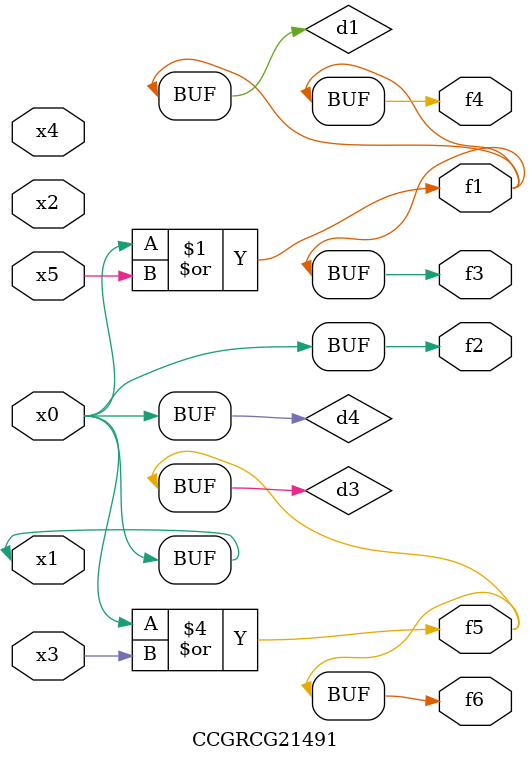
<source format=v>
module CCGRCG21491(
	input x0, x1, x2, x3, x4, x5,
	output f1, f2, f3, f4, f5, f6
);

	wire d1, d2, d3, d4;

	or (d1, x0, x5);
	xnor (d2, x1, x4);
	or (d3, x0, x3);
	buf (d4, x0, x1);
	assign f1 = d1;
	assign f2 = d4;
	assign f3 = d1;
	assign f4 = d1;
	assign f5 = d3;
	assign f6 = d3;
endmodule

</source>
